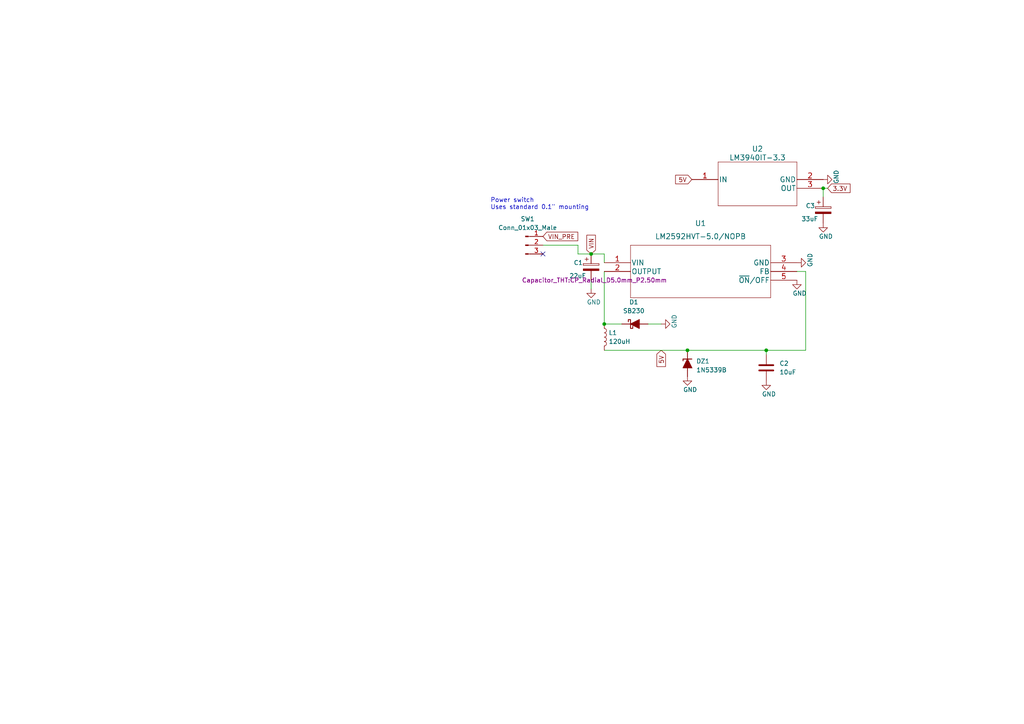
<source format=kicad_sch>
(kicad_sch (version 20230121) (generator eeschema)
  (paper "A4")
  (lib_symbols
    (symbol "Connector:Conn_01x03_Male" (pin_names (offset 1.016) hide)
      (property "Reference" "J" (at 0 5.08 0))
      (property "Value" "Conn_01x03_Male" (at 0 -5.08 0))
      (symbol "Conn_01x03_Male_1_1"
        (polyline (pts (xy 1.27 -2.54) (xy 0.8636 -2.54)) (stroke (width 0.1524)))
        (polyline (pts (xy 1.27 0) (xy 0.8636 0)) (stroke (width 0.1524)))
        (polyline (pts (xy 1.27 2.54) (xy 0.8636 2.54)) (stroke (width 0.1524)))
        (rectangle (start 0.8636 -2.413) (end 0 -2.667) (stroke (width 0.1524)) (fill (type outline)))
        (rectangle (start 0.8636 0.127) (end 0 -0.127) (stroke (width 0.1524)) (fill (type outline)))
        (rectangle (start 0.8636 2.667) (end 0 2.413) (stroke (width 0.1524)) (fill (type outline)))
        (pin passive line (at 5.08 2.54 180) (length 3.81) (name "Pin_1") (number "1"))
        (pin passive line (at 5.08 0 180) (length 3.81) (name "Pin_2") (number "2"))
        (pin passive line (at 5.08 -2.54 180) (length 3.81) (name "Pin_3") (number "3"))
      )
    )
    (symbol "Device:C" (pin_numbers hide) (pin_names (offset 0.254))
      (property "Reference" "C" (at 0.635 2.54 0))
      (property "Value" "C" (at 0.635 -2.54 0))
      (symbol "C_0_1"
        (polyline (pts (xy -2.032 -0.762) (xy 2.032 -0.762)) (stroke (width 0.508)))
        (polyline (pts (xy -2.032 0.762) (xy 2.032 0.762)) (stroke (width 0.508)))
      )
      (symbol "C_1_1"
        (pin passive line (at 0 3.81 270) (length 2.794) (name "~") (number "1"))
        (pin passive line (at 0 -3.81 90) (length 2.794) (name "~") (number "2"))
      )
    )
    (symbol "Device:C_Polarized" (pin_numbers hide) (pin_names (offset 0.254))
      (property "Reference" "C" (at 0.635 2.54 0))
      (property "Value" "C_Polarized" (at 0.635 -2.54 0))
      (symbol "C_Polarized_0_1"
        (rectangle (start -2.286 0.508) (end 2.286 1.016))
        (polyline (pts (xy -1.778 2.286) (xy -0.762 2.286)))
        (polyline (pts (xy -1.27 2.794) (xy -1.27 1.778)))
        (rectangle (start 2.286 -0.508) (end -2.286 -1.016) (fill (type outline)))
      )
      (symbol "C_Polarized_1_1"
        (pin passive line (at 0 3.81 270) (length 2.794) (name "~") (number "1"))
        (pin passive line (at 0 -3.81 90) (length 2.794) (name "~") (number "2"))
      )
    )
    (symbol "Device:L" (pin_numbers hide) (pin_names (offset 1.016) hide)
      (property "Reference" "L" (at -1.27 0 90))
      (property "Value" "L" (at 1.905 0 90))
      (symbol "L_0_1"
        (arc (start 0 -2.54) (mid 0.6323 -1.905) (end 0 -1.27))
        (arc (start 0 -1.27) (mid 0.6323 -0.635) (end 0 0))
        (arc (start 0 0) (mid 0.6323 0.635) (end 0 1.27))
        (arc (start 0 1.27) (mid 0.6323 1.905) (end 0 2.54))
      )
      (symbol "L_1_1"
        (pin passive line (at 0 3.81 270) (length 1.27) (name "1") (number "1"))
        (pin passive line (at 0 -3.81 90) (length 1.27) (name "2") (number "2"))
      )
    )
    (symbol "Diode_Schottky_AKL:SB230" (pin_numbers hide) (pin_names (offset 1.016) hide)
      (property "Reference" "D" (at 0 5.08 0))
      (property "Value" "SB230" (at 0 2.54 0))
      (symbol "SB230_0_1"
        (polyline (pts (xy -1.27 0) (xy 1.27 0)))
        (polyline (pts (xy -1.27 -1.27) (xy -1.27 1.27) (xy 1.27 0) (xy -1.27 -1.27)) (stroke (width 0.254)) (fill (type outline)))
        (polyline (pts (xy 1.905 -0.635) (xy 1.905 -1.27) (xy 1.27 -1.27) (xy 1.27 1.27) (xy 0.635 1.27) (xy 0.635 0.635)) (stroke (width 0.254)))
      )
      (symbol "SB230_1_1"
        (pin passive line (at 3.81 0 180) (length 2.54) (name "K") (number "1"))
        (pin passive line (at -3.81 0 0) (length 2.54) (name "A") (number "2"))
      )
    )
    (symbol "Diode_Zener_AKL:1N5339B" (pin_numbers hide) (pin_names (offset 1.016) hide)
      (property "Reference" "DZ" (at 0 5.08 0))
      (property "Value" "1N5339B" (at 0 2.54 0))
      (symbol "1N5339B_0_1"
        (polyline (pts (xy -1.27 0) (xy 1.27 0)))
        (polyline (pts (xy 1.27 1.27) (xy 0.762 1.27)) (stroke (width 0.254)))
        (polyline (pts (xy 1.27 1.27) (xy 1.27 -1.27)) (stroke (width 0.254)))
        (polyline (pts (xy -1.27 -1.27) (xy -1.27 1.27) (xy 1.27 0) (xy -1.27 -1.27)) (stroke (width 0.254)) (fill (type outline)))
      )
      (symbol "1N5339B_1_1"
        (pin passive line (at 3.81 0 180) (length 2.54) (name "K") (number "1"))
        (pin passive line (at -3.81 0 0) (length 2.54) (name "A") (number "2"))
      )
    )
    (symbol "LM2592HVT:LM2592HVT-3.3{slash}NOPB" (pin_names (offset 0.254))
      (property "Reference" "U?" (at 27.94 11.43 0))
      (property "Value" "LM2592HVT-5.0{slash}NOPB" (at 27.94 7.62 0))
      (symbol "LM2592HVT-3.3{slash}NOPB_1_1"
        (polyline (pts (xy 7.62 -10.16) (xy 48.26 -10.16)) (stroke (width 0.127)))
        (polyline (pts (xy 7.62 5.08) (xy 7.62 -10.16)) (stroke (width 0.127)))
        (polyline (pts (xy 48.26 -10.16) (xy 48.26 5.08)) (stroke (width 0.127)))
        (polyline (pts (xy 48.26 5.08) (xy 7.62 5.08)) (stroke (width 0.127)))
        (pin input line (at 0 0 0) (length 7.62) (name "VIN") (number "1"))
        (pin output line (at 0 -2.54 0) (length 7.62) (name "OUTPUT") (number "2"))
        (pin passive line (at 55.88 0 180) (length 7.62) (name "GND") (number "3"))
        (pin passive line (at 55.88 -2.54 180) (length 7.62) (name "FB") (number "4"))
        (pin passive line (at 55.88 -5.08 180) (length 7.62) (name "~{ON}/OFF") (number "5"))
      )
    )
    (symbol "LM3940:LM3940IT-3.3" (pin_names (offset 0.254))
      (property "Reference" "U" (at 19.05 10.16 0))
      (property "Value" "LM3940IT-3.3" (at 19.05 7.62 0))
      (symbol "LM3940IT-3.3_1_1"
        (polyline (pts (xy 7.62 -7.62) (xy 30.48 -7.62)) (stroke (width 0.127)))
        (polyline (pts (xy 7.62 5.08) (xy 7.62 -7.62)) (stroke (width 0.127)))
        (polyline (pts (xy 30.48 -7.62) (xy 30.48 5.08)) (stroke (width 0.127)))
        (polyline (pts (xy 30.48 5.08) (xy 7.62 5.08)) (stroke (width 0.127)))
        (pin input line (at 0 0 0) (length 7.62) (name "IN") (number "1"))
        (pin passive line (at 38.1 0 180) (length 7.62) (name "GND") (number "2"))
        (pin output line (at 38.1 -2.54 180) (length 7.62) (name "OUT") (number "3"))
      )
    )
    (symbol "power:GND" (power) (pin_names (offset 0))
      (property "Value" "GND" (at 0 -3.81 0))
      (symbol "GND_0_1"
        (polyline (pts (xy 0 0) (xy 0 -1.27) (xy 1.27 -1.27) (xy 0 -2.54) (xy -1.27 -1.27) (xy 0 -1.27)))
      )
      (symbol "GND_1_1"
        (pin power_in line (at 0 0 270) (length 0) hide (name "GND") (number "1"))
      )
    )
  )
  (junction (at 175.26 93.98))
  (junction (at 222.25 101.6))
  (junction (at 171.45 73.66))
  (junction (at 238.76 54.61))
  (junction (at 199.39 101.6))
  (no_connect (at 157.48 73.66))
  (wire (pts (xy 175.26 101.6) (xy 199.39 101.6)))
  (wire (pts (xy 238.76 54.61) (xy 238.76 57.15)))
  (wire (pts (xy 187.96 93.98) (xy 191.77 93.98)))
  (wire (pts (xy 175.26 73.66) (xy 175.26 76.2)))
  (wire (pts (xy 222.25 101.6) (xy 233.68 101.6)))
  (wire (pts (xy 175.26 78.74) (xy 175.26 93.98)))
  (wire (pts (xy 222.25 101.6) (xy 222.25 102.87)))
  (wire (pts (xy 167.64 71.12) (xy 157.48 71.12)))
  (wire (pts (xy 199.39 101.6) (xy 222.25 101.6)))
  (wire (pts (xy 171.45 73.66) (xy 175.26 73.66)))
  (wire (pts (xy 233.68 78.74) (xy 231.14 78.74)))
  (wire (pts (xy 175.26 93.98) (xy 180.34 93.98)))
  (wire (pts (xy 167.64 73.66) (xy 167.64 71.12)))
  (wire (pts (xy 233.68 101.6) (xy 233.68 78.74)))
  (wire (pts (xy 238.76 54.61) (xy 240.03 54.61)))
  (wire (pts (xy 171.45 83.82) (xy 171.45 81.28)))
  (wire (pts (xy 167.64 73.66) (xy 171.45 73.66)))
  (text "Power switch\nUses standard 0.1\" mounting" (at 142.24 60.96 0) (effects (font (size 1.27 1.27)) (justify left bottom)))
  (global_label "VIN_PRE" (shape input) (at 157.48 68.58 0) (property "Intersheetrefs" "${INTERSHEET_REFS}" (effects hide)))
  (global_label "3.3V" (shape input) (at 240.03 54.61 0) (property "Intersheetrefs" "${INTERSHEET_REFS}" (effects hide)))
  (global_label "5V" (shape input) (at 200.66 52.07 180) (property "Intersheetrefs" "${INTERSHEET_REFS}" (effects hide)))
  (global_label "VIN" (shape input) (at 171.45 73.66 90) (property "Intersheetrefs" "${INTERSHEET_REFS}" (effects hide)))
  (global_label "5V" (shape input) (at 191.77 101.6 270) (property "Intersheetrefs" "${INTERSHEET_REFS}" (effects hide)))
  (symbol (lib_id "power:GND") (at 238.76 64.77 0) (unit 1)
    (property "Reference" "#PWR09" (effects hide))
    (property "Value" "GND" (at 237.49 68.58 0) (effects (justify left)))
  )
  (symbol (lib_id "power:GND") (at 231.14 81.28 0) (unit 1)
    (property "Reference" "#PWR07" (effects hide))
    (property "Value" "GND" (at 229.87 85.09 0) (effects (justify left)))
  )
  (symbol (lib_id "Device:C_Polarized") (at 238.76 60.96 0) (unit 1)
    (property "Reference" "C3" (at 233.68 59.69 0) (effects (justify left)))
    (property "Value" "33uF" (at 232.41 63.5 0) (effects (justify left)))
    (property "Footprint" "Capacitor_THT:CP_Radial_D5.0mm_P2.50mm" (effects hide))
  )
  (symbol (lib_id "power:GND") (at 199.39 109.22 0) (unit 1)
    (property "Reference" "#PWR04" (effects hide))
    (property "Value" "GND" (at 198.12 113.03 0) (effects (justify left)))
  )
  (symbol (lib_id "Diode_Schottky_AKL:SB230") (at 184.15 93.98 180) (unit 1)
    (property "Reference" "D1" (at 183.8325 87.63 0))
    (property "Value" "SB230" (at 183.8325 90.17 0))
    (property "Footprint" "Diode_THT_AKL:D_DO-15_P10.16mm_Horizontal" (effects hide))
    (property "Datasheet" "https://www.tme.eu/Document/cb30ffdfda65a89a6ebecb81f596d748/sb220.pdf" (effects hide))
  )
  (symbol (lib_id "power:GND") (at 231.14 76.2 90) (unit 1)
    (property "Reference" "#PWR06" (effects hide))
    (property "Value" "GND" (at 234.95 77.47 0) (effects (justify left)))
  )
  (symbol (lib_id "Connector:Conn_01x03_Male") (at 152.4 71.12 0) (unit 1)
    (property "Reference" "SW1" (at 153.035 63.5 0))
    (property "Value" "Conn_01x03_Male" (at 153.035 66.04 0))
    (property "Footprint" "Connector_PinSocket_2.54mm:PinSocket_1x03_P2.54mm_Vertical" (effects hide))
  )
  (symbol (lib_id "Device:C") (at 222.25 106.68 0) (unit 1)
    (property "Reference" "C2" (at 226.06 105.4099 0) (effects (justify left)))
    (property "Value" "10uF" (at 226.06 107.9499 0) (effects (justify left)))
    (property "Footprint" "Capacitor_THT:C_Rect_L7.0mm_W4.5mm_P5.00mm" (effects hide))
  )
  (symbol (lib_id "Device:C_Polarized") (at 171.45 77.47 0) (unit 1)
    (property "Reference" "C1" (at 166.37 76.2 0) (effects (justify left)))
    (property "Value" "22uF" (at 165.1 80.01 0) (effects (justify left)))
    (property "Footprint" "Capacitor_THT:CP_Radial_D5.0mm_P2.50mm" (at 172.4152 81.28 0))
  )
  (symbol (lib_id "power:GND") (at 191.77 93.98 90) (unit 1)
    (property "Reference" "#PWR03" (effects hide))
    (property "Value" "GND" (at 195.58 95.25 0) (effects (justify left)))
  )
  (symbol (lib_id "Device:L") (at 175.26 97.79 0) (unit 1)
    (property "Reference" "L1" (at 176.53 96.5199 0) (effects (justify left)))
    (property "Value" "120uH" (at 176.53 99.0599 0) (effects (justify left)))
    (property "Footprint" "Inductor_THT_AKL:L_Radial_D12.5mm_P7.00mm_Fastron_09HCP" (effects hide))
  )
  (symbol (lib_id "power:GND") (at 171.45 83.82 0) (unit 1)
    (property "Reference" "#PWR02" (effects hide))
    (property "Value" "GND" (at 170.18 87.63 0) (effects (justify left)))
  )
  (symbol (lib_id "LM2592HVT:LM2592HVT-3.3{slash}NOPB") (at 175.26 76.2 0) (unit 1)
    (property "Reference" "U1" (at 203.2 64.77 0) (effects (font (size 1.524 1.524))))
    (property "Value" "LM2592HVT-5.0/NOPB" (at 203.2 68.58 0) (effects (font (size 1.524 1.524))))
    (property "Footprint" "LM2592HVT:LM2592HVT-5.0&slash_NOPB" (effects hide))
  )
  (symbol (lib_id "power:GND") (at 238.76 52.07 90) (unit 1)
    (property "Reference" "#PWR08" (effects hide))
    (property "Value" "GND" (at 242.57 53.34 0) (effects (justify left)))
  )
  (symbol (lib_id "Diode_Zener_AKL:1N5339B") (at 199.39 105.41 90) (unit 1)
    (property "Reference" "DZ1" (at 201.93 104.775 90) (effects (justify right)))
    (property "Value" "1N5339B" (at 201.93 107.315 90) (effects (justify right)))
    (property "Footprint" "Diode_THT_AKL:D_5W_CASE-017AA_P12.70mm_Horizontal_Zener" (effects hide))
    (property "Datasheet" "https://www.tme.eu/Document/56402a6b26bc9a1a5ede882b3d258cff/1N53_ser.pdf" (effects hide))
  )
  (symbol (lib_id "power:GND") (at 222.25 110.49 0) (unit 1)
    (property "Reference" "#PWR05" (effects hide))
    (property "Value" "GND" (at 220.98 114.3 0) (effects (justify left)))
  )
  (symbol (lib_id "LM3940:LM3940IT-3.3") (at 200.66 52.07 0) (unit 1)
    (property "Reference" "U2" (at 219.71 43.18 0) (effects (font (size 1.524 1.524))))
    (property "Value" "LM3940IT-3.3" (at 219.71 45.72 0) (effects (font (size 1.524 1.524))))
    (property "Footprint" "Package_TO_SOT_THT:TO-220-3_Vertical" (effects hide))
  )
)
</source>
